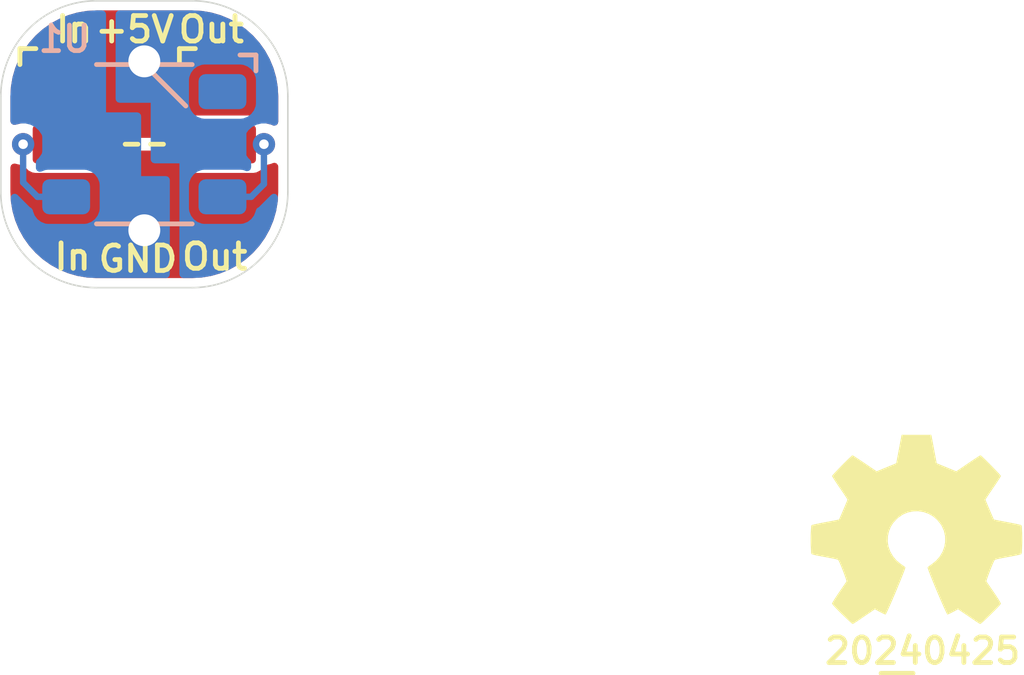
<source format=kicad_pcb>
(kicad_pcb (version 20221018) (generator pcbnew)
  (layers (0 "F.Cu" mixed) (31 "B.Cu" mixed) (34 "B.Paste" user) (35 "F.Paste" user) (36 "B.SilkS" user "B.Silkscreen") (37 "F.SilkS" user "F.Silkscreen") (38 "B.Mask" user) (39 "F.Mask" user) (44 "Edge.Cuts" user))
  (net 0 "")
  (net 1 "VDD")
  (net 2 "/In")
  (net 3 "VSS")
  (net 4 "/Out")
  (footprint "SquantorLabels:Label_Generic" (layer "F.Cu") (at 138.1 91.5)
    (fp_text reference "N1" hide)
    (fp_text value "20240425" (at 0.8 -0.1) (layer "F.SilkS") (effects (font (size 0.8 0.8))))
    (fp_line (start -0.5 0.6) (end 0.5 0.6) (stroke (width 0.15)) (layer "F.SilkS"))
  )
  (footprint "Symbol:OSHW-Symbol_6.7x6mm_SilkScreen" (layer "F.Cu") (at 138.7 87.6)
    (fp_text reference "N2" hide)
    (fp_text value "OHWLOGO" hide)
    (fp_poly (pts (xy 0.555814 -2.531069) (xy 0.639635 -2.086445) (xy 0.94892 -1.958947) (xy 1.258206 -1.831449) (xy 1.629246 -2.083754) (xy 1.733157 -2.154004) (xy 1.827087 -2.216728) (xy 1.906652 -2.269062) (xy 1.96747 -2.308143) (xy 2.005157 -2.331107) (xy 2.015421 -2.336058) (xy 2.03391 -2.323324) (xy 2.07342 -2.288118) (xy 2.129522 -2.234938) (xy 2.197787 -2.168282) (xy 2.273786 -2.092646) (xy 2.353092 -2.012528) (xy 2.431275 -1.932426) (xy 2.503907 -1.856836) (xy 2.566559 -1.790255) (xy 2.614803 -1.737182) (xy 2.64421 -1.702113) (xy 2.651241 -1.690377) (xy 2.641123 -1.66874) (xy 2.612759 -1.621338) (xy 2.569129 -1.552807) (xy 2.513218 -1.467785) (xy 2.448006 -1.370907) (xy 2.410219 -1.31565) (xy 2.341343 -1.214752) (xy 2.28014 -1.123701) (xy 2.229578 -1.04703) (xy 2.192628 -0.989272) (xy 2.172258 -0.954957) (xy 2.169197 -0.947746) (xy 2.176136 -0.927252) (xy 2.195051 -0.879487) (xy 2.223087 -0.811168) (xy 2.257391 -0.729011) (xy 2.295109 -0.63973) (xy 2.333387 -0.550042) (xy 2.36937 -0.466662) (xy 2.400206 -0.396306) (xy 2.423039 -0.34569) (xy 2.435017 -0.321529) (xy 2.435724 -0.320578) (xy 2.454531 -0.315964) (xy 2.504618 -0.305672) (xy 2.580793 -0.290713) (xy 2.677865 -0.272099) (xy 2.790643 -0.250841) (xy 2.856442 -0.238582) (xy 2.97695 -0.215638) (xy 3.085797 -0.193805) (xy 3.177476 -0.174278) (xy 3.246481 -0.158252) (xy 3.287304 -0.146921) (xy 3.295511 -0.143326) (xy 3.303548 -0.118994) (xy 3.310033 -0.064041) (xy 3.31497 0.015108) (xy 3.318364 0.112026) (xy 3.320218 0.220287) (xy 3.320538 0.333465) (xy 3.319327 0.445135) (xy 3.31659 0.548868) (xy 3.312331 0.638241) (xy 3.306555 0.706826) (xy 3.299267 0.748197) (xy 3.294895 0.75681) (xy 3.268764 0.767133) (xy 3.213393 0.781892) (xy 3.136107 0.799352) (xy 3.04423 0.81778) (xy 3.012158 0.823741) (xy 2.857524 0.852066) (xy 2.735375 0.874876) (xy 2.641673 0.89308) (xy 2.572384 0.907583) (xy 2.523471 0.919292) (xy 2.490897 0.929115) (xy 2.470628 0.937956) (xy 2.458626 0.946724) (xy 2.456947 0.948457) (xy 2.440184 0.976371) (xy 2.414614 1.030695) (xy 2.382788 1.104777) (xy 2.34726 1.191965) (xy 2.310583 1.285608) (xy 2.275311 1.379052) (xy 2.243996 1.465647) (xy 2.219193 1.53874) (xy 2.203454 1.591678) (xy 2.199332 1.617811) (xy 2.199676 1.618726) (xy 2.213641 1.640086) (xy 2.245322 1.687084) (xy 2.291391 1.754827) (xy 2.348518 1.838423) (xy 2.413373 1.932982) (xy 2.431843 1.959854) (xy 2.497699 2.057275) (xy 2.55565 2.146163) (xy 2.602538 2.221412) (xy 2.635207 2.27792) (xy 2.6505 2.310581) (xy 2.651241 2.314593) (xy 2.638392 2.335684) (xy 2.602888 2.377464) (xy 2.549293 2.435445) (xy 2.482171 2.505135) (xy 2.406087 2.582045) (xy 2.325604 2.661683) (xy 2.245287 2.739561) (xy 2.169699 2.811186) (xy 2.103405 2.87207) (xy 2.050969 2.917721) (xy 2.016955 2.94365) (xy 2.007545 2.947883) (xy 1.985643 2.937912) (xy 1.9408 2.91102) (xy 1.880321 2.871736) (xy 1.833789 2.840117) (xy 1.749475 2.782098) (xy 1.649626 2.713784) (xy 1.549473 2.645579) (xy 1.495627 2.609075) (xy 1.313371 2.4858) (xy 1.160381 2.56852) (xy 1.090682 2.604759) (xy 1.031414 2.632926) (xy 0.991311 2.648991) (xy 0.981103 2.651226) (xy 0.968829 2.634722) (xy 0.944613 2.588082) (xy 0.910263 2.515609) (xy 0.867588 2.421606) (xy 0.818394 2.310374) (xy 0.76449 2.186215) (xy 0.707684 2.053432) (xy 0.649782 1.916327) (xy 0.592593 1.779202) (xy 0.537924 1.646358) (xy 0.487584 1.522098) (xy 0.44338 1.410725) (xy 0.407119 1.316539) (xy 0.380609 1.243844) (xy 0.365658 1.196941) (xy 0.363254 1.180833) (xy 0.382311 1.160286) (xy 0.424036 1.126933) (xy 0.479706 1.087702) (xy 0.484378 1.084599) (xy 0.628264 0.969423) (xy 0.744283 0.835053) (xy 0.83143 0.685784) (xy 0.888699 0.525913) (xy 0.915086 0.359737) (xy 0.909585 0.191552) (xy 0.87119 0.025655) (xy 0.798895 -0.133658) (xy 0.777626 -0.168513) (xy 0.666996 -0.309263) (xy 0.536302 -0.422286) (xy 0.390064 -0.506997) (xy 0.232808 -0.562806) (xy 0.069057 -0.589126) (xy -0.096667 -0.58537) (xy -0.259838 -0.55095) (xy -0.415935 -0.485277) (xy -0.560433 -0.387765) (xy -0.605131 -0.348187) (xy -0.718888 -0.224297) (xy -0.801782 -0.093876) (xy -0.858644 0.052315) (xy -0.890313 0.197088) (xy -0.898131 0.35986) (xy -0.872062 0.52344) (xy -0.814755 0.682298) (xy -0.728856 0.830906) (xy -0.617014 0.963735) (xy -0.481877 1.075256) (xy -0.464117 1.087011) (xy -0.40785 1.125508) (xy -0.365077 1.158863) (xy -0.344628 1.18016) (xy -0.344331 1.180833) (xy -0.348721 1.203871) (xy -0.366124 1.256157) (xy -0.394732 1.33339) (xy -0.432735 1.431268) (xy -0.478326 1.545491) (xy -0.529697 1.671758) (xy -0.585038 1.805767) (xy -0.642542 1.943218) (xy -0.700399 2.079808) (xy -0.756802 2.211237) (xy -0.809942 2.333205) (xy -0.85801 2.441409) (xy -0.899199 2.531549) (xy -0.931699 2.599323) (xy -0.953703 2.64043) (xy -0.962564 2.651226) (xy -0.98964 2.642819) (xy -1.040303 2.620272) (xy -1.105817 2.587613) (xy -1.141841 2.56852) (xy -1.294832 2.4858) (xy -1.477088 2.609075) (xy -1.570125 2.672228) (xy -1.671985 2.741727) (xy -1.767438 2.807165) (xy -1.81525 2.840117) (xy -1.882495 2.885273) (xy -1.939436 2.921057) (xy -1.978646 2.942938) (xy -1.991381 2.947563) (xy -2.009917 2.935085) (xy -2.050941 2.900252) (xy -2.110475 2.846678) (xy -2.184542 2.777983) (xy -2.269165 2.697781) (xy -2.322685 2.646286) (xy -2.416319 2.554286) (xy -2.497241 2.471999) (xy -2.562177 2.402945) (xy -2.607858 2.350644) (xy -2.631011 2.318616) (xy -2.633232 2.312116) (xy -2.622924 2.287394) (xy -2.594439 2.237405) (xy -2.550937 2.167212) (xy -2.495577 2.081875) (xy -2.43152 1.986456) (xy -2.413303 1.959854) (xy -2.346927 1.863167) (xy -2.287378 1.776117) (xy -2.237984 1.703595) (xy -2.202075 1.650493) (xy -2.182981 1.621703) (xy -2.181136 1.618726) (xy -2.183895 1.595782) (xy -2.198538 1.545336) (xy -2.222513 1.474041) (xy -2.253266 1.388547) (xy -2.288244 1.295507) (xy -2.324893 1.201574) (xy -2.360661 1.113399) (xy -2.392994 1.037634) (xy -2.419338 0.980931) (xy -2.437142 0.949943) (xy -2.438407 0.948457) (xy -2.449294 0.939601) (xy -2.467682 0.930843) (xy -2.497606 0.921277) (xy -2.543103 0.909996) (xy -2.608209 0.896093) (xy -2.696961 0.878663) (xy -2.813393 0.856798) (xy -2.961542 0.829591) (xy -2.993618 0.823741) (xy -3.088686 0.805374) (xy -3.171565 0.787405) (xy -3.23493 0.771569) (xy -3.271458 0.7596) (xy -3.276356 0.75681) (xy -3.284427 0.732072) (xy -3.290987 0.67679) (xy -3.296033 0.597389) (xy -3.299559 0.500296) (xy -3.301561 0.391938) (xy -3.302036 0.27874) (xy -3.300977 0.167128) (xy -3.298382 0.063529) (xy -3.294246 -0.025632) (xy -3.288563 -0.093928) (xy -3.281331 -0.134934) (xy -3.276971 -0.143326) (xy -3.252698 -0.151792) (xy -3.197426 -0.165565) (xy -3.116662 -0.18345) (xy -3.015912 -0.204252) (xy -2.900683 -0.226777) (xy -2.837902 -0.238582) (xy -2.718787 -0.260849) (xy -2.612565 -0.281021) (xy -2.524427 -0.298085) (xy -2.459566 -0.311031) (xy -2.423174 -0.318845) (xy -2.417184 -0.320578) (xy -2.407061 -0.34011) (xy -2.385662 -0.387157) (xy -2.355839 -0.454997) (xy -2.320445 -0.536909) (xy -2.282332 -0.626172) (xy -2.244353 -0.716065) (xy -2.20936 -0.799865) (xy -2.180206 -0.870853) (xy -2.159743 -0.922306) (xy -2.150823 -0.947503) (xy -2.150657 -0.948604) (xy -2.160769 -0.968481) (xy -2.189117 -1.014223) (xy -2.232723 -1.081283) (xy -2.288606 -1.165116) (xy -2.353787 -1.261174) (xy -2.391679 -1.31635) (xy -2.460725 -1.417519) (xy -2.52205 -1.50937) (xy -2.572663 -1.587256) (xy -2.609571 -1.646531) (xy -2.629782 -1.682549) (xy -2.632701 -1.690623) (xy -2.620153 -1.709416) (xy -2.585463 -1.749543) (xy -2.533063 -1.806507) (xy -2.467384 -1.875815) (xy -2.392856 -1.952969) (xy -2.313913 -2.033475) (xy -2.234983 -2.112837) (xy -2.1605 -2.18656) (xy -2.094894 -2.250148) (xy -2.042596 -2.299106) (xy -2.008039 -2.328939) (xy -1.996478 -2.336058) (xy -1.977654 -2.326047) (xy -1.932631 -2.297922) (xy -1.865787 -2.254546) (xy -1.781499 -2.198782) (xy -1.684144 -2.133494) (xy -1.610707 -2.083754) (xy -1.239667 -1.831449) (xy -0.621095 -2.086445) (xy -0.537275 -2.531069) (xy -0.453454 -2.975693) (xy 0.471994 -2.975693) (xy 0.555814 -2.531069)) (stroke (width 0.01)) (fill solid) (layer "F.SilkS"))
  )
  (footprint "SquantorConnectors:pads-0200-1x03-W012-D020" (layer "F.Cu") (at 117 75.5)
    (fp_text reference "J2" hide)
    (fp_text value "Conn_01x03" hide)
    (fp_line (start -1.4 -3) (end -0.9 -3) (stroke (width 0.15)) (layer "F.SilkS"))
    (fp_line (start -1.4 -2.5) (end -1.4 -3) (stroke (width 0.15)) (layer "F.SilkS"))
    (pad "1" smd roundrect (at 0 -2) (size 2 1.2) (layers "F.Cu" "F.Paste" "F.Mask") (roundrect_rratio 0.3) (net 1 "VDD"))
    (pad "2" smd roundrect (at 0 0) (size 2 1.2) (layers "F.Cu" "F.Paste" "F.Mask") (roundrect_rratio 0.1) (net 4 "/Out"))
    (pad "3" smd roundrect (at 0 2) (size 2 1.2) (layers "F.Cu" "F.Paste" "F.Mask") (roundrect_rratio 0.1) (net 3 "VSS"))
  )
  (footprint "SquantorCapacitor:C_0805+0603" (layer "F.Cu") (at 114.5 75.5 -90)
    (fp_text reference "C1" hide)
    (fp_text value "10u" hide)
    (fp_line (start 0 -0.6) (end 0 -0.2) (stroke (width 0.15)) (layer "F.SilkS"))
    (fp_line (start 0 0.6) (end 0 0.2) (stroke (width 0.15)) (layer "F.SilkS"))
    (pad "1" smd roundrect (at -0.925 0 270) (size 1.15 1.35) (layers "F.Cu" "F.Paste" "F.Mask") (roundrect_rratio 0.2) (net 1 "VDD"))
    (pad "2" smd roundrect (at 0.925 0 270) (size 1.15 1.35) (layers "F.Cu" "F.Paste" "F.Mask") (roundrect_rratio 0.2) (net 3 "VSS"))
  )
  (footprint "SquantorConnectors:pads-0200-1x03-W012-D020" (layer "F.Cu") (at 112 75.5)
    (fp_text reference "J1" hide)
    (fp_text value "Conn_01x03" hide)
    (fp_line (start -1.4 -3) (end -0.9 -3) (stroke (width 0.15)) (layer "F.SilkS"))
    (fp_line (start -1.4 -2.5) (end -1.4 -3) (stroke (width 0.15)) (layer "F.SilkS"))
    (pad "1" smd roundrect (at 0 -2) (size 2 1.2) (layers "F.Cu" "F.Paste" "F.Mask") (roundrect_rratio 0.3) (net 1 "VDD"))
    (pad "2" smd roundrect (at 0 0) (size 2 1.2) (layers "F.Cu" "F.Paste" "F.Mask") (roundrect_rratio 0.1) (net 2 "/In"))
    (pad "3" smd roundrect (at 0 2) (size 2 1.2) (layers "F.Cu" "F.Paste" "F.Mask") (roundrect_rratio 0.1) (net 3 "VSS"))
  )
  (footprint "SquantorOpto:WS2813E" (layer "B.Cu") (at 114.5 75.5 180)
    (fp_text reference "U1" (at 2.5 3.3 unlocked) (layer "B.SilkS") (effects (font (size 0.8 0.8)) (justify mirror)))
    (fp_text value "~")
    (fp_line (start -3.5 2.8) (end -3.5 2.3) (stroke (width 0.15)) (layer "B.SilkS"))
    (fp_line (start -3.5 2.8) (end -3 2.8) (stroke (width 0.15)) (layer "B.SilkS"))
    (fp_line (start -1.5 -2.5) (end 1.5 -2.5) (stroke (width 0.15)) (layer "B.SilkS"))
    (fp_line (start -1.5 2.5) (end 1.5 2.5) (stroke (width 0.15)) (layer "B.SilkS"))
    (fp_line (start 0 2.5) (end -1.3 1.2) (stroke (width 0.15)) (layer "B.SilkS"))
    (pad "1" smd roundrect (at -2.45 1.65 180) (size 1.5 1.1) (layers "B.Cu" "B.Paste" "B.Mask") (roundrect_rratio 0.2))
    (pad "2" smd roundrect (at -2.45 0 180) (size 1.5 1.1) (layers "B.Cu" "B.Paste" "B.Mask") (roundrect_rratio 0.2) (net 1 "VDD"))
    (pad "3" smd roundrect (at -2.45 -1.65 180) (size 1.5 1.1) (layers "B.Cu" "B.Paste" "B.Mask") (roundrect_rratio 0.2) (net 4 "/Out"))
    (pad "4" smd roundrect (at 2.45 -1.65 180) (size 1.5 1.1) (layers "B.Cu" "B.Paste" "B.Mask") (roundrect_rratio 0.2) (net 2 "/In"))
    (pad "5" smd roundrect (at 2.45 0 180) (size 1.5 1.1) (layers "B.Cu" "B.Paste" "B.Mask") (roundrect_rratio 0.2) (net 3 "VSS"))
    (pad "6" smd roundrect (at 2.45 1.65 180) (size 1.5 1.1) (layers "B.Cu" "B.Paste" "B.Mask") (roundrect_rratio 0.2) (net 3 "VSS"))
  )
  (gr_line (start 116 80) (end 113 80) (stroke (width 0.05)) (layer "Edge.Cuts"))
  (gr_line (start 119 74) (end 119 77) (stroke (width 0.05)) (layer "Edge.Cuts"))
  (gr_line (start 110 77) (end 110 74) (stroke (width 0.05)) (layer "Edge.Cuts"))
  (gr_arc (start 113 80) (mid 110.87868 79.12132) (end 110 77) (stroke (width 0.05)) (layer "Edge.Cuts"))
  (gr_arc (start 110 74) (mid 110.87868 71.87868) (end 113 71) (stroke (width 0.05)) (layer "Edge.Cuts"))
  (gr_arc (start 116 71) (mid 118.12132 71.87868) (end 119 74) (stroke (width 0.05)) (layer "Edge.Cuts"))
  (gr_line (start 113 71) (end 116 71) (stroke (width 0.05)) (layer "Edge.Cuts"))
  (gr_arc (start 119 77) (mid 118.12132 79.12132) (end 116 80) (stroke (width 0.05)) (layer "Edge.Cuts"))
  (gr_text "In" (at 111.6 79.5) (layer "F.SilkS") (effects (font (size 0.8 0.8) (thickness 0.15) bold) (justify left bottom)))
  (gr_text "GND" (at 114.3 79.1) (layer "F.SilkS") (effects (font (size 0.8 0.8) (thickness 0.15) bold)))
  (gr_text "In" (at 112.3 71.9) (layer "F.SilkS") (effects (font (size 0.8 0.8) (thickness 0.15) bold)))
  (gr_text "Out" (at 116.6 71.9) (layer "F.SilkS") (effects (font (size 0.8 0.8) (thickness 0.15) bold)))
  (gr_text "Out" (at 115.6 79.5) (layer "F.SilkS") (effects (font (size 0.8 0.8) (thickness 0.15) bold) (justify left bottom)))
  (gr_text "+5V" (at 114.2 71.9) (layer "F.SilkS") (effects (font (size 0.8 0.8) (thickness 0.15) bold)))
  (segment (start 114.5 73.9) (end 115.3 73.9) (width 1) (layer "F.Cu") (net 1))
  (segment (start 112 73.5) (end 113.3 73.5) (width 1) (layer "F.Cu") (net 1))
  (segment (start 115.7 73.5) (end 117 73.5) (width 1) (layer "F.Cu") (net 1))
  (segment (start 115.3 73.9) (end 115.7 73.5) (width 1) (layer "F.Cu") (net 1))
  (segment (start 113.7 73.9) (end 114.5 73.9) (width 1) (layer "F.Cu") (net 1))
  (segment (start 113.3 73.5) (end 113.7 73.9) (width 1) (layer "F.Cu") (net 1))
  (segment (start 114.5 72.9) (end 114.5 74.575) (width 1) (layer "F.Cu") (net 1))
  (via (at 114.5 72.9) (size 1.4) (drill 1) (layers "F.Cu" "B.Cu") (net 1))
  (segment (start 112 75.5) (end 110.7 75.5) (width 0.2) (layer "F.Cu") (net 2))
  (via (at 110.7 75.5) (size 0.7) (drill 0.3) (layers "F.Cu" "B.Cu") (net 2))
  (segment (start 110.7 75.5) (end 110.7 76.7) (width 0.2) (layer "B.Cu") (net 2))
  (segment (start 110.7 76.7) (end 111.15 77.15) (width 0.2) (layer "B.Cu") (net 2))
  (segment (start 111.15 77.15) (end 112.05 77.15) (width 0.2) (layer "B.Cu") (net 2))
  (segment (start 115.7 77.5) (end 117 77.5) (width 1) (layer "F.Cu") (net 3))
  (segment (start 114.5 78.2) (end 114.5 77.1) (width 1) (layer "F.Cu") (net 3))
  (segment (start 113.3 77.5) (end 113.7 77.1) (width 1) (layer "F.Cu") (net 3))
  (segment (start 115.3 77.1) (end 115.7 77.5) (width 1) (layer "F.Cu") (net 3))
  (segment (start 113.7 77.1) (end 114.5 77.1) (width 1) (layer "F.Cu") (net 3))
  (segment (start 112 77.5) (end 113.3 77.5) (width 1) (layer "F.Cu") (net 3))
  (segment (start 114.5 77.1) (end 115.3 77.1) (width 1) (layer "F.Cu") (net 3))
  (via (at 114.5 78.2) (size 1.4) (drill 1) (layers "F.Cu" "B.Cu") (net 3))
  (segment (start 117 75.5) (end 118.25 75.5) (width 0.2) (layer "F.Cu") (net 4))
  (via (at 118.25 75.5) (size 0.7) (drill 0.3) (layers "F.Cu" "B.Cu") (net 4))
  (segment (start 118.25 75.5) (end 118.25 76.75) (width 0.2) (layer "B.Cu") (net 4))
  (segment (start 118.25 76.75) (end 117.85 77.15) (width 0.2) (layer "B.Cu") (net 4))
  (segment (start 117.85 77.15) (end 116.95 77.15) (width 0.2) (layer "B.Cu") (net 4))
  (zone (net 3) (net_name "VSS") (layer "F.Cu") (priority 1) (connect_pads yes (clearance 0.3)) (min_thickness 0.25) (fill yes (thermal_gap 0.2) (thermal_bridge_width 0.4))
    (polygon (pts (xy 110 75.7) (xy 119 75.7) (xy 119 80) (xy 110 80)))
  )
  (zone (net 1) (net_name "VDD") (layer "F.Cu") (priority 2) (connect_pads yes (clearance 0.3)) (min_thickness 0.25) (fill yes (thermal_gap 0.2) (thermal_bridge_width 0.4))
    (polygon (pts (xy 110 75.3) (xy 110 71) (xy 119 71) (xy 119 75.3)))
  )
  (zone (net 3) (net_name "VSS") (layer "B.Cu") (connect_pads yes (clearance 0.3)) (min_thickness 0.25) (fill yes (thermal_gap 0.2) (thermal_bridge_width 0.4))
    (polygon (pts (xy 110 71) (xy 110 80) (xy 115.3 80) (xy 115.3 76.5) (xy 114.4 76.5) (xy 114.4 74.5) (xy 113.3 74.5) (xy 113.3 71)))
  )
  (zone (net 1) (net_name "VDD") (layer "B.Cu") (priority 3) (connect_pads yes (clearance 0.3)) (min_thickness 0.25) (fill yes (thermal_gap 0.2) (thermal_bridge_width 0.4))
    (polygon (pts (xy 119 80) (xy 115.6 80) (xy 115.6 76.1) (xy 114.7 76.1) (xy 114.7 74.2) (xy 113.6 74.2) (xy 113.6 71) (xy 119 71)))
  )
)
</source>
